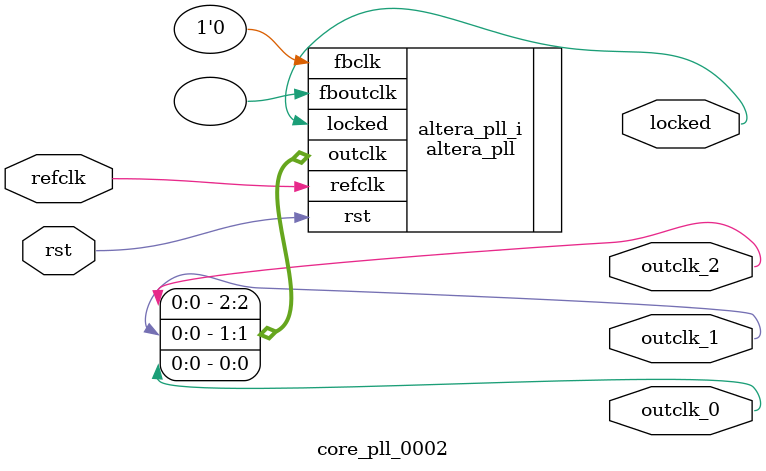
<source format=v>
`timescale 1ns/10ps
module  core_pll_0002(

	// interface 'refclk'
	input wire refclk,

	// interface 'reset'
	input wire rst,

	// interface 'outclk0'
	output wire outclk_0,

	// interface 'outclk1'
	output wire outclk_1,

	// interface 'outclk2'
	output wire outclk_2,

	// interface 'locked'
	output wire locked
);

	altera_pll #(
		.fractional_vco_multiplier("true"),
		.reference_clock_frequency("74.25 MHz"),
		.operation_mode("direct"),
		.number_of_clocks(3),
		.output_clock_frequency0("53.600000 MHz"),
		.phase_shift0("0 ps"),
		.duty_cycle0(50),
		.output_clock_frequency1("6.700000 MHz"),
		.phase_shift1("0 ps"),
		.duty_cycle1(50),
		.output_clock_frequency2("6.700000 MHz"),
		.phase_shift2("37313 ps"),
		.duty_cycle2(50),
		.output_clock_frequency3("0 MHz"),
		.phase_shift3("0 ps"),
		.duty_cycle3(50),
		.output_clock_frequency4("0 MHz"),
		.phase_shift4("0 ps"),
		.duty_cycle4(50),
		.output_clock_frequency5("0 MHz"),
		.phase_shift5("0 ps"),
		.duty_cycle5(50),
		.output_clock_frequency6("0 MHz"),
		.phase_shift6("0 ps"),
		.duty_cycle6(50),
		.output_clock_frequency7("0 MHz"),
		.phase_shift7("0 ps"),
		.duty_cycle7(50),
		.output_clock_frequency8("0 MHz"),
		.phase_shift8("0 ps"),
		.duty_cycle8(50),
		.output_clock_frequency9("0 MHz"),
		.phase_shift9("0 ps"),
		.duty_cycle9(50),
		.output_clock_frequency10("0 MHz"),
		.phase_shift10("0 ps"),
		.duty_cycle10(50),
		.output_clock_frequency11("0 MHz"),
		.phase_shift11("0 ps"),
		.duty_cycle11(50),
		.output_clock_frequency12("0 MHz"),
		.phase_shift12("0 ps"),
		.duty_cycle12(50),
		.output_clock_frequency13("0 MHz"),
		.phase_shift13("0 ps"),
		.duty_cycle13(50),
		.output_clock_frequency14("0 MHz"),
		.phase_shift14("0 ps"),
		.duty_cycle14(50),
		.output_clock_frequency15("0 MHz"),
		.phase_shift15("0 ps"),
		.duty_cycle15(50),
		.output_clock_frequency16("0 MHz"),
		.phase_shift16("0 ps"),
		.duty_cycle16(50),
		.output_clock_frequency17("0 MHz"),
		.phase_shift17("0 ps"),
		.duty_cycle17(50),
		.pll_type("General"),
		.pll_subtype("General")
	) altera_pll_i (
		.rst	(rst),
		.outclk	({outclk_2, outclk_1, outclk_0}),
		.locked	(locked),
		.fboutclk	( ),
		.fbclk	(1'b0),
		.refclk	(refclk)
	);
endmodule


</source>
